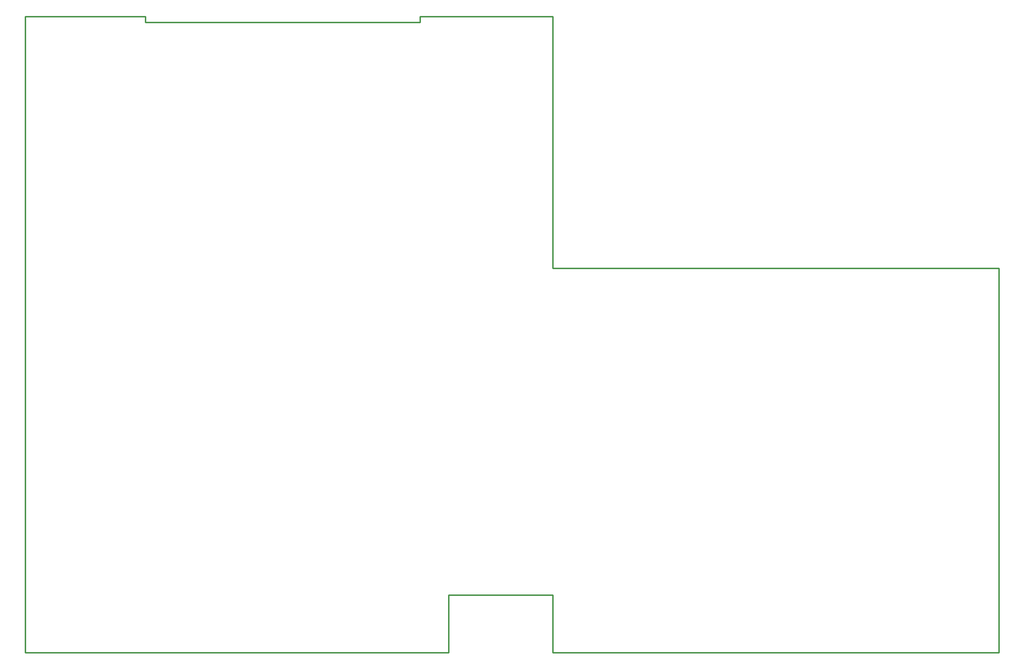
<source format=gbr>
G04 EAGLE Gerber RS-274X export*
G75*
%MOMM*%
%FSLAX34Y34*%
%LPD*%
%IN*%
%IPPOS*%
%AMOC8*
5,1,8,0,0,1.08239X$1,22.5*%
G01*
G04 Define Apertures*
%ADD10C,0.254000*%
D10*
X-108000Y-44007D02*
X632000Y-44007D01*
X632000Y55993D01*
X814000Y55993D01*
X814000Y-44007D01*
X1594000Y-44007D01*
X1594000Y627993D01*
X814000Y627993D01*
X814000Y1068000D01*
X582000Y1068000D01*
X582000Y1058000D01*
X102000Y1058000D01*
X102000Y1068000D01*
X-108000Y1068000D01*
X-108000Y-44007D01*
M02*

</source>
